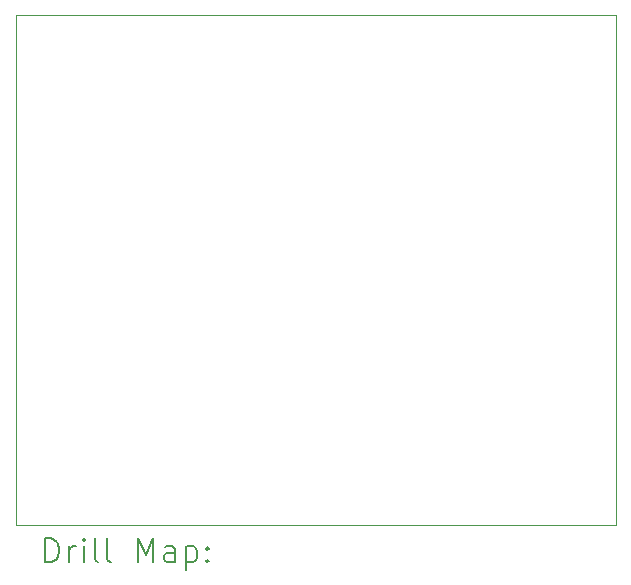
<source format=gbr>
%TF.GenerationSoftware,KiCad,Pcbnew,(6.0.11)*%
%TF.CreationDate,2024-01-13T12:12:12-05:00*%
%TF.ProjectId,PQFP-100-Adapter,50514650-2d31-4303-902d-416461707465,rev?*%
%TF.SameCoordinates,Original*%
%TF.FileFunction,Drillmap*%
%TF.FilePolarity,Positive*%
%FSLAX45Y45*%
G04 Gerber Fmt 4.5, Leading zero omitted, Abs format (unit mm)*
G04 Created by KiCad (PCBNEW (6.0.11)) date 2024-01-13 12:12:12*
%MOMM*%
%LPD*%
G01*
G04 APERTURE LIST*
%ADD10C,0.100000*%
%ADD11C,0.200000*%
G04 APERTURE END LIST*
D10*
X12700000Y-11938000D02*
X12700000Y-7620000D01*
X12700000Y-7620000D02*
X17780000Y-7620000D01*
X17780000Y-11938000D02*
X12700000Y-11938000D01*
X17780000Y-7620000D02*
X17780000Y-11938000D01*
D11*
X12952619Y-12253476D02*
X12952619Y-12053476D01*
X13000238Y-12053476D01*
X13028809Y-12063000D01*
X13047857Y-12082048D01*
X13057381Y-12101095D01*
X13066905Y-12139190D01*
X13066905Y-12167762D01*
X13057381Y-12205857D01*
X13047857Y-12224905D01*
X13028809Y-12243952D01*
X13000238Y-12253476D01*
X12952619Y-12253476D01*
X13152619Y-12253476D02*
X13152619Y-12120143D01*
X13152619Y-12158238D02*
X13162143Y-12139190D01*
X13171667Y-12129667D01*
X13190714Y-12120143D01*
X13209762Y-12120143D01*
X13276428Y-12253476D02*
X13276428Y-12120143D01*
X13276428Y-12053476D02*
X13266905Y-12063000D01*
X13276428Y-12072524D01*
X13285952Y-12063000D01*
X13276428Y-12053476D01*
X13276428Y-12072524D01*
X13400238Y-12253476D02*
X13381190Y-12243952D01*
X13371667Y-12224905D01*
X13371667Y-12053476D01*
X13505000Y-12253476D02*
X13485952Y-12243952D01*
X13476428Y-12224905D01*
X13476428Y-12053476D01*
X13733571Y-12253476D02*
X13733571Y-12053476D01*
X13800238Y-12196333D01*
X13866905Y-12053476D01*
X13866905Y-12253476D01*
X14047857Y-12253476D02*
X14047857Y-12148714D01*
X14038333Y-12129667D01*
X14019286Y-12120143D01*
X13981190Y-12120143D01*
X13962143Y-12129667D01*
X14047857Y-12243952D02*
X14028809Y-12253476D01*
X13981190Y-12253476D01*
X13962143Y-12243952D01*
X13952619Y-12224905D01*
X13952619Y-12205857D01*
X13962143Y-12186809D01*
X13981190Y-12177286D01*
X14028809Y-12177286D01*
X14047857Y-12167762D01*
X14143095Y-12120143D02*
X14143095Y-12320143D01*
X14143095Y-12129667D02*
X14162143Y-12120143D01*
X14200238Y-12120143D01*
X14219286Y-12129667D01*
X14228809Y-12139190D01*
X14238333Y-12158238D01*
X14238333Y-12215381D01*
X14228809Y-12234428D01*
X14219286Y-12243952D01*
X14200238Y-12253476D01*
X14162143Y-12253476D01*
X14143095Y-12243952D01*
X14324048Y-12234428D02*
X14333571Y-12243952D01*
X14324048Y-12253476D01*
X14314524Y-12243952D01*
X14324048Y-12234428D01*
X14324048Y-12253476D01*
X14324048Y-12129667D02*
X14333571Y-12139190D01*
X14324048Y-12148714D01*
X14314524Y-12139190D01*
X14324048Y-12129667D01*
X14324048Y-12148714D01*
M02*

</source>
